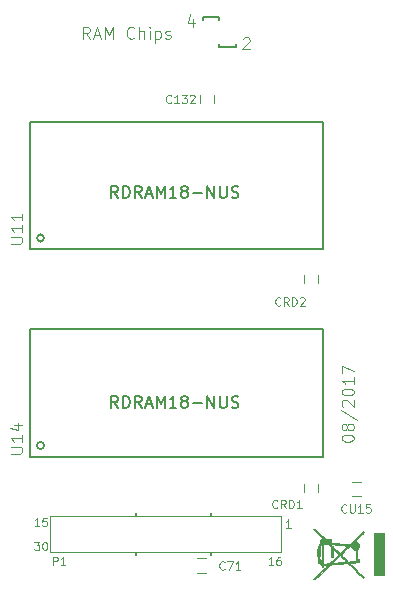
<source format=gto>
G04 #@! TF.FileFunction,Legend,Top*
%FSLAX46Y46*%
G04 Gerber Fmt 4.6, Leading zero omitted, Abs format (unit mm)*
G04 Created by KiCad (PCBNEW 4.0.6) date Mon Aug 28 23:28:58 2017*
%MOMM*%
%LPD*%
G01*
G04 APERTURE LIST*
%ADD10C,0.100000*%
%ADD11C,0.150000*%
%ADD12C,0.127000*%
%ADD13C,0.120000*%
%ADD14C,0.010000*%
G04 APERTURE END LIST*
D10*
D11*
X44441500Y-28345000D02*
X44441500Y-28599000D01*
X43044500Y-28599000D02*
X43044500Y-28345000D01*
X44441500Y-28599000D02*
X43044500Y-28599000D01*
X43044500Y-26059000D02*
X43044500Y-26313000D01*
X41647500Y-26059000D02*
X43044500Y-26059000D01*
X41647500Y-26313000D02*
X41647500Y-26059000D01*
D10*
X45044786Y-27892619D02*
X45092405Y-27845000D01*
X45187643Y-27797381D01*
X45425739Y-27797381D01*
X45520977Y-27845000D01*
X45568596Y-27892619D01*
X45616215Y-27987857D01*
X45616215Y-28083095D01*
X45568596Y-28225952D01*
X44997167Y-28797381D01*
X45616215Y-28797381D01*
X40821977Y-26225714D02*
X40821977Y-26892381D01*
X40583881Y-25844762D02*
X40345786Y-26559048D01*
X40964834Y-26559048D01*
X32051453Y-27908381D02*
X31718119Y-27432190D01*
X31480024Y-27908381D02*
X31480024Y-26908381D01*
X31860977Y-26908381D01*
X31956215Y-26956000D01*
X32003834Y-27003619D01*
X32051453Y-27098857D01*
X32051453Y-27241714D01*
X32003834Y-27336952D01*
X31956215Y-27384571D01*
X31860977Y-27432190D01*
X31480024Y-27432190D01*
X32432405Y-27622667D02*
X32908596Y-27622667D01*
X32337167Y-27908381D02*
X32670500Y-26908381D01*
X33003834Y-27908381D01*
X33337167Y-27908381D02*
X33337167Y-26908381D01*
X33670501Y-27622667D01*
X34003834Y-26908381D01*
X34003834Y-27908381D01*
X35813358Y-27813143D02*
X35765739Y-27860762D01*
X35622882Y-27908381D01*
X35527644Y-27908381D01*
X35384786Y-27860762D01*
X35289548Y-27765524D01*
X35241929Y-27670286D01*
X35194310Y-27479810D01*
X35194310Y-27336952D01*
X35241929Y-27146476D01*
X35289548Y-27051238D01*
X35384786Y-26956000D01*
X35527644Y-26908381D01*
X35622882Y-26908381D01*
X35765739Y-26956000D01*
X35813358Y-27003619D01*
X36241929Y-27908381D02*
X36241929Y-26908381D01*
X36670501Y-27908381D02*
X36670501Y-27384571D01*
X36622882Y-27289333D01*
X36527644Y-27241714D01*
X36384786Y-27241714D01*
X36289548Y-27289333D01*
X36241929Y-27336952D01*
X37146691Y-27908381D02*
X37146691Y-27241714D01*
X37146691Y-26908381D02*
X37099072Y-26956000D01*
X37146691Y-27003619D01*
X37194310Y-26956000D01*
X37146691Y-26908381D01*
X37146691Y-27003619D01*
X37622881Y-27241714D02*
X37622881Y-28241714D01*
X37622881Y-27289333D02*
X37718119Y-27241714D01*
X37908596Y-27241714D01*
X38003834Y-27289333D01*
X38051453Y-27336952D01*
X38099072Y-27432190D01*
X38099072Y-27717905D01*
X38051453Y-27813143D01*
X38003834Y-27860762D01*
X37908596Y-27908381D01*
X37718119Y-27908381D01*
X37622881Y-27860762D01*
X38480024Y-27860762D02*
X38575262Y-27908381D01*
X38765738Y-27908381D01*
X38860977Y-27860762D01*
X38908596Y-27765524D01*
X38908596Y-27717905D01*
X38860977Y-27622667D01*
X38765738Y-27575048D01*
X38622881Y-27575048D01*
X38527643Y-27527429D01*
X38480024Y-27432190D01*
X38480024Y-27384571D01*
X38527643Y-27289333D01*
X38622881Y-27241714D01*
X38765738Y-27241714D01*
X38860977Y-27289333D01*
X53418881Y-61777381D02*
X53418881Y-61682142D01*
X53466500Y-61586904D01*
X53514119Y-61539285D01*
X53609357Y-61491666D01*
X53799833Y-61444047D01*
X54037929Y-61444047D01*
X54228405Y-61491666D01*
X54323643Y-61539285D01*
X54371262Y-61586904D01*
X54418881Y-61682142D01*
X54418881Y-61777381D01*
X54371262Y-61872619D01*
X54323643Y-61920238D01*
X54228405Y-61967857D01*
X54037929Y-62015476D01*
X53799833Y-62015476D01*
X53609357Y-61967857D01*
X53514119Y-61920238D01*
X53466500Y-61872619D01*
X53418881Y-61777381D01*
X53847452Y-60872619D02*
X53799833Y-60967857D01*
X53752214Y-61015476D01*
X53656976Y-61063095D01*
X53609357Y-61063095D01*
X53514119Y-61015476D01*
X53466500Y-60967857D01*
X53418881Y-60872619D01*
X53418881Y-60682142D01*
X53466500Y-60586904D01*
X53514119Y-60539285D01*
X53609357Y-60491666D01*
X53656976Y-60491666D01*
X53752214Y-60539285D01*
X53799833Y-60586904D01*
X53847452Y-60682142D01*
X53847452Y-60872619D01*
X53895071Y-60967857D01*
X53942690Y-61015476D01*
X54037929Y-61063095D01*
X54228405Y-61063095D01*
X54323643Y-61015476D01*
X54371262Y-60967857D01*
X54418881Y-60872619D01*
X54418881Y-60682142D01*
X54371262Y-60586904D01*
X54323643Y-60539285D01*
X54228405Y-60491666D01*
X54037929Y-60491666D01*
X53942690Y-60539285D01*
X53895071Y-60586904D01*
X53847452Y-60682142D01*
X53371262Y-59348809D02*
X54656976Y-60205952D01*
X53514119Y-59063095D02*
X53466500Y-59015476D01*
X53418881Y-58920238D01*
X53418881Y-58682142D01*
X53466500Y-58586904D01*
X53514119Y-58539285D01*
X53609357Y-58491666D01*
X53704595Y-58491666D01*
X53847452Y-58539285D01*
X54418881Y-59110714D01*
X54418881Y-58491666D01*
X53418881Y-57872619D02*
X53418881Y-57777380D01*
X53466500Y-57682142D01*
X53514119Y-57634523D01*
X53609357Y-57586904D01*
X53799833Y-57539285D01*
X54037929Y-57539285D01*
X54228405Y-57586904D01*
X54323643Y-57634523D01*
X54371262Y-57682142D01*
X54418881Y-57777380D01*
X54418881Y-57872619D01*
X54371262Y-57967857D01*
X54323643Y-58015476D01*
X54228405Y-58063095D01*
X54037929Y-58110714D01*
X53799833Y-58110714D01*
X53609357Y-58063095D01*
X53514119Y-58015476D01*
X53466500Y-57967857D01*
X53418881Y-57872619D01*
X54418881Y-56586904D02*
X54418881Y-57158333D01*
X54418881Y-56872619D02*
X53418881Y-56872619D01*
X53561738Y-56967857D01*
X53656976Y-57063095D01*
X53704595Y-57158333D01*
X53418881Y-56253571D02*
X53418881Y-55586904D01*
X54418881Y-56015476D01*
D11*
X28195062Y-44784337D02*
G75*
G03X28195062Y-44784337I-300000J0D01*
G01*
D12*
X27026367Y-34926464D02*
X27026367Y-45726464D01*
X27026367Y-45726464D02*
X51826367Y-45726464D01*
X51826367Y-45726464D02*
X51826367Y-34926464D01*
X51826367Y-34926464D02*
X27026367Y-34926464D01*
D13*
X41879000Y-73117000D02*
X41179000Y-73117000D01*
X41179000Y-71917000D02*
X41879000Y-71917000D01*
X51391500Y-65587000D02*
X51391500Y-66287000D01*
X50191500Y-66287000D02*
X50191500Y-65587000D01*
X54995500Y-66627000D02*
X54295500Y-66627000D01*
X54295500Y-65427000D02*
X54995500Y-65427000D01*
D11*
X35980589Y-71648400D02*
X35980589Y-71394400D01*
X42330589Y-71648400D02*
X42330589Y-71394400D01*
D10*
X48299589Y-68346400D02*
X48299589Y-71394400D01*
X28741589Y-71394400D02*
X48299589Y-71394400D01*
D11*
X42330589Y-68346400D02*
X42330589Y-68092400D01*
X35980589Y-68346400D02*
X35980589Y-68092400D01*
D10*
X28741589Y-68346400D02*
X28741589Y-71394400D01*
X28741589Y-68346400D02*
X48299589Y-68346400D01*
D13*
X41428500Y-33394000D02*
X41428500Y-32694000D01*
X42628500Y-32694000D02*
X42628500Y-33394000D01*
X51391500Y-47934000D02*
X51391500Y-48634000D01*
X50191500Y-48634000D02*
X50191500Y-47934000D01*
D11*
X28203195Y-62354873D02*
G75*
G03X28203195Y-62354873I-300000J0D01*
G01*
D12*
X27034500Y-52497000D02*
X27034500Y-63297000D01*
X27034500Y-63297000D02*
X51834500Y-63297000D01*
X51834500Y-63297000D02*
X51834500Y-52497000D01*
X51834500Y-52497000D02*
X27034500Y-52497000D01*
D14*
G36*
X56984322Y-69777178D02*
X56984322Y-73297971D01*
X56116698Y-73297971D01*
X56116698Y-69777178D01*
X56984322Y-69777178D01*
X56984322Y-69777178D01*
G37*
X56984322Y-69777178D02*
X56984322Y-73297971D01*
X56116698Y-73297971D01*
X56116698Y-69777178D01*
X56984322Y-69777178D01*
G36*
X51031348Y-69400570D02*
X51118431Y-69401189D01*
X51577391Y-69852914D01*
X52036352Y-70304639D01*
X52246971Y-70304968D01*
X52457589Y-70305297D01*
X52457589Y-70580390D01*
X52511030Y-70587478D01*
X52535388Y-70590162D01*
X52581259Y-70594687D01*
X52645905Y-70600809D01*
X52726591Y-70608288D01*
X52820581Y-70616881D01*
X52925137Y-70626346D01*
X53037525Y-70636442D01*
X53155007Y-70646926D01*
X53274848Y-70657556D01*
X53394311Y-70668091D01*
X53510659Y-70678287D01*
X53621157Y-70687905D01*
X53723069Y-70696700D01*
X53813658Y-70704432D01*
X53890187Y-70710858D01*
X53949921Y-70715737D01*
X53990124Y-70718825D01*
X54008059Y-70719883D01*
X54008144Y-70719882D01*
X54022535Y-70712173D01*
X54052248Y-70689019D01*
X54097631Y-70650105D01*
X54159029Y-70595116D01*
X54236788Y-70523736D01*
X54331254Y-70435651D01*
X54442772Y-70330546D01*
X54571688Y-70208105D01*
X54607787Y-70173690D01*
X55179916Y-69627863D01*
X55267936Y-69716119D01*
X55190258Y-69787515D01*
X55162186Y-69813634D01*
X55118774Y-69854434D01*
X55062866Y-69907223D01*
X54997308Y-69969309D01*
X54924941Y-70038000D01*
X54848612Y-70110604D01*
X54803024Y-70154040D01*
X54717619Y-70235584D01*
X54649210Y-70301496D01*
X54596553Y-70353456D01*
X54558405Y-70393145D01*
X54533520Y-70422243D01*
X54520656Y-70442431D01*
X54518568Y-70455390D01*
X54526013Y-70462800D01*
X54541746Y-70466342D01*
X54564523Y-70467697D01*
X54570739Y-70467879D01*
X54613561Y-70477297D01*
X54665319Y-70500503D01*
X54717828Y-70532864D01*
X54762903Y-70569748D01*
X54776828Y-70584507D01*
X54825547Y-70660233D01*
X54852806Y-70748692D01*
X54859273Y-70826900D01*
X54847076Y-70915532D01*
X54811313Y-70997388D01*
X54753222Y-71069836D01*
X54738762Y-71083203D01*
X54683233Y-71132082D01*
X54683233Y-71977674D01*
X54859273Y-71977674D01*
X54859273Y-72204010D01*
X54777031Y-72204010D01*
X54720886Y-72206850D01*
X54681916Y-72216393D01*
X54660719Y-72227991D01*
X54645552Y-72236277D01*
X54623562Y-72243373D01*
X54591487Y-72249748D01*
X54546069Y-72255872D01*
X54484048Y-72262216D01*
X54402162Y-72269250D01*
X54341246Y-72274066D01*
X54055843Y-72296161D01*
X54605305Y-72838565D01*
X54704728Y-72936637D01*
X54800315Y-73030784D01*
X54890310Y-73119285D01*
X54972957Y-73200420D01*
X55046501Y-73272469D01*
X55109184Y-73333712D01*
X55159252Y-73382427D01*
X55194948Y-73416896D01*
X55214495Y-73435379D01*
X55245444Y-73465743D01*
X55267030Y-73491071D01*
X55274223Y-73504695D01*
X55265797Y-73522095D01*
X55244745Y-73547460D01*
X55236171Y-73556058D01*
X55198120Y-73592514D01*
X54994158Y-73391802D01*
X54942199Y-73340596D01*
X54875320Y-73274569D01*
X54796450Y-73196618D01*
X54708514Y-73109638D01*
X54614441Y-73016526D01*
X54517158Y-72920179D01*
X54419593Y-72823492D01*
X54349645Y-72754134D01*
X54243050Y-72648703D01*
X54152807Y-72560129D01*
X54077692Y-72487281D01*
X54016486Y-72429023D01*
X53967966Y-72384225D01*
X53942629Y-72362021D01*
X53942629Y-72183724D01*
X54228055Y-72161401D01*
X54311719Y-72154669D01*
X54388227Y-72148157D01*
X54453581Y-72142234D01*
X54503781Y-72137268D01*
X54534829Y-72133629D01*
X54541773Y-72132458D01*
X54570065Y-72125838D01*
X54570065Y-71176364D01*
X54491106Y-71170026D01*
X54397815Y-71150890D01*
X54315291Y-71110846D01*
X54246538Y-71052418D01*
X54194563Y-70978129D01*
X54163363Y-70894748D01*
X54148728Y-70867698D01*
X54117319Y-70854156D01*
X54115934Y-70853872D01*
X54102674Y-70852247D01*
X54089095Y-70854256D01*
X54072681Y-70861858D01*
X54050911Y-70877016D01*
X54021267Y-70901688D01*
X53981232Y-70937836D01*
X53928285Y-70987420D01*
X53859909Y-71052401D01*
X53855505Y-71056599D01*
X53782111Y-71126493D01*
X53703937Y-71200800D01*
X53626364Y-71274414D01*
X53554775Y-71342229D01*
X53494551Y-71399140D01*
X53481087Y-71411832D01*
X53430320Y-71460487D01*
X53386875Y-71503709D01*
X53353741Y-71538395D01*
X53333905Y-71561444D01*
X53329546Y-71569182D01*
X53338670Y-71580722D01*
X53363700Y-71607710D01*
X53402552Y-71648021D01*
X53453143Y-71699529D01*
X53513388Y-71760109D01*
X53581204Y-71827636D01*
X53637065Y-71882826D01*
X53942629Y-72183724D01*
X53942629Y-72362021D01*
X53930911Y-72351751D01*
X53904099Y-72330471D01*
X53886308Y-72319251D01*
X53878070Y-72316754D01*
X53860090Y-72317700D01*
X53819392Y-72320573D01*
X53758319Y-72325187D01*
X53679213Y-72331358D01*
X53584414Y-72338898D01*
X53476267Y-72347621D01*
X53357112Y-72357343D01*
X53229291Y-72367876D01*
X53127135Y-72376365D01*
X52551174Y-72424396D01*
X52551174Y-72300805D01*
X52563604Y-72300273D01*
X52598610Y-72297769D01*
X52653715Y-72293496D01*
X52726443Y-72287653D01*
X52814314Y-72280443D01*
X52914851Y-72272066D01*
X53025577Y-72262723D01*
X53130705Y-72253758D01*
X53249983Y-72243602D01*
X53362580Y-72234142D01*
X53465805Y-72225596D01*
X53556973Y-72218179D01*
X53633395Y-72212108D01*
X53692383Y-72207601D01*
X53731249Y-72204873D01*
X53746344Y-72204116D01*
X53755738Y-72202935D01*
X53759466Y-72198256D01*
X53755971Y-72188276D01*
X53743699Y-72171190D01*
X53721094Y-72145196D01*
X53686600Y-72108490D01*
X53638662Y-72059267D01*
X53575724Y-71995726D01*
X53508468Y-71928305D01*
X53232977Y-71652601D01*
X53230906Y-71654533D01*
X53230906Y-71472290D01*
X53242280Y-71463984D01*
X53269063Y-71440733D01*
X53308792Y-71404865D01*
X53359007Y-71358713D01*
X53417246Y-71304606D01*
X53481047Y-71244874D01*
X53547949Y-71181848D01*
X53615490Y-71117858D01*
X53681210Y-71055236D01*
X53742646Y-70996310D01*
X53797337Y-70943412D01*
X53842822Y-70898872D01*
X53876638Y-70865020D01*
X53896326Y-70844188D01*
X53900337Y-70838506D01*
X53887391Y-70836634D01*
X53851634Y-70832746D01*
X53795304Y-70827057D01*
X53720640Y-70819781D01*
X53629880Y-70811131D01*
X53525262Y-70801322D01*
X53409026Y-70790566D01*
X53283408Y-70779079D01*
X53182118Y-70769907D01*
X53050779Y-70758174D01*
X52927052Y-70747335D01*
X52813181Y-70737570D01*
X52711411Y-70729063D01*
X52623987Y-70721995D01*
X52553153Y-70716549D01*
X52501153Y-70712908D01*
X52470232Y-70711253D01*
X52462203Y-70711442D01*
X52469354Y-70721334D01*
X52492341Y-70746524D01*
X52528939Y-70784810D01*
X52576922Y-70833989D01*
X52634066Y-70891861D01*
X52698147Y-70956222D01*
X52766938Y-71024871D01*
X52838216Y-71095605D01*
X52909755Y-71166222D01*
X52979330Y-71234520D01*
X53044717Y-71298296D01*
X53103691Y-71355350D01*
X53154027Y-71403478D01*
X53193499Y-71440478D01*
X53219883Y-71464148D01*
X53230906Y-71472290D01*
X53230906Y-71654533D01*
X53122795Y-71755409D01*
X53066877Y-71807768D01*
X53004448Y-71866535D01*
X52937943Y-71929385D01*
X52869798Y-71993995D01*
X52802448Y-72058042D01*
X52738328Y-72119203D01*
X52679872Y-72175153D01*
X52629518Y-72223570D01*
X52589698Y-72262130D01*
X52562850Y-72288509D01*
X52551408Y-72300384D01*
X52551174Y-72300805D01*
X52551174Y-72424396D01*
X52407226Y-72436401D01*
X51775658Y-73036938D01*
X51144089Y-73637475D01*
X51055815Y-73637034D01*
X50967540Y-73636592D01*
X51071166Y-73539583D01*
X51128963Y-73485291D01*
X51196868Y-73421192D01*
X51273072Y-73349016D01*
X51355769Y-73270492D01*
X51443153Y-73187349D01*
X51533415Y-73101319D01*
X51624750Y-73014130D01*
X51715349Y-72927513D01*
X51803407Y-72843197D01*
X51887115Y-72762912D01*
X51964667Y-72688387D01*
X52034257Y-72621354D01*
X52094076Y-72563541D01*
X52142318Y-72516679D01*
X52177176Y-72482496D01*
X52196843Y-72462724D01*
X52200616Y-72458390D01*
X52187492Y-72458092D01*
X52153889Y-72459731D01*
X52104380Y-72463023D01*
X52043537Y-72467682D01*
X52019232Y-72469682D01*
X51841451Y-72484577D01*
X51841451Y-72367955D01*
X51869743Y-72361934D01*
X51892118Y-72358863D01*
X51934217Y-72354548D01*
X51990678Y-72349488D01*
X52056135Y-72344181D01*
X52080362Y-72342344D01*
X52149921Y-72336927D01*
X52214518Y-72331459D01*
X52268048Y-72326488D01*
X52304410Y-72322561D01*
X52311009Y-72321675D01*
X52324556Y-72318334D01*
X52340414Y-72311101D01*
X52360361Y-72298440D01*
X52386173Y-72278811D01*
X52419629Y-72250678D01*
X52462507Y-72212502D01*
X52516583Y-72162746D01*
X52583636Y-72099871D01*
X52665443Y-72022341D01*
X52748450Y-71943251D01*
X52830594Y-71864564D01*
X52906669Y-71791112D01*
X52974825Y-71724724D01*
X53033212Y-71667227D01*
X53079981Y-71620451D01*
X53113282Y-71586224D01*
X53131267Y-71566373D01*
X53133942Y-71562140D01*
X53124241Y-71551003D01*
X53098941Y-71524971D01*
X53060582Y-71486570D01*
X53011700Y-71438328D01*
X52954834Y-71382770D01*
X52913406Y-71342592D01*
X52696500Y-71132831D01*
X52696500Y-71751337D01*
X52457589Y-71751337D01*
X52457589Y-70996881D01*
X52564042Y-70996881D01*
X52426154Y-70858565D01*
X52328340Y-70760447D01*
X52328340Y-70569357D01*
X52343770Y-70567529D01*
X52352367Y-70558277D01*
X52356113Y-70535950D01*
X52356989Y-70494895D01*
X52356995Y-70487624D01*
X52356995Y-70405891D01*
X52137672Y-70405891D01*
X52218679Y-70487624D01*
X52267928Y-70533730D01*
X52305659Y-70561306D01*
X52328340Y-70569357D01*
X52328340Y-70760447D01*
X52288266Y-70720248D01*
X52165452Y-70720248D01*
X52108950Y-70719863D01*
X52073005Y-70718100D01*
X52053030Y-70714050D01*
X52044437Y-70706801D01*
X52042639Y-70695870D01*
X52039998Y-70683712D01*
X52029412Y-70674727D01*
X52006881Y-70667826D01*
X51968409Y-70661924D01*
X51909998Y-70655935D01*
X51888604Y-70654013D01*
X51841451Y-70649852D01*
X51841451Y-72367955D01*
X51841451Y-72484577D01*
X51841451Y-72644109D01*
X51728282Y-72644109D01*
X51728282Y-72576314D01*
X51727196Y-72536662D01*
X51721954Y-72515116D01*
X51718834Y-72512480D01*
X51718834Y-72373616D01*
X51725962Y-72366308D01*
X51728162Y-72340993D01*
X51728282Y-72323908D01*
X51728282Y-72266881D01*
X51728282Y-72054221D01*
X51728282Y-70639698D01*
X51679286Y-70687542D01*
X51618824Y-70761850D01*
X51572191Y-70853816D01*
X51538749Y-70964998D01*
X51520253Y-71075471D01*
X51511622Y-71147773D01*
X51602540Y-71147773D01*
X51602540Y-71726188D01*
X51499393Y-71726188D01*
X51507996Y-71811065D01*
X51515256Y-71870368D01*
X51524879Y-71933551D01*
X51531752Y-71971386D01*
X51546907Y-72046832D01*
X51637595Y-72050526D01*
X51728282Y-72054221D01*
X51728282Y-72266881D01*
X51677985Y-72266881D01*
X51646476Y-72268544D01*
X51628963Y-72272697D01*
X51627688Y-72274371D01*
X51635754Y-72292987D01*
X51655320Y-72320183D01*
X51679444Y-72347448D01*
X51701182Y-72366267D01*
X51704008Y-72367943D01*
X51718834Y-72373616D01*
X51718834Y-72512480D01*
X51709581Y-72504662D01*
X51696104Y-72500442D01*
X51661127Y-72483219D01*
X51619079Y-72450138D01*
X51575856Y-72406893D01*
X51537354Y-72359174D01*
X51517301Y-72327830D01*
X51495351Y-72292123D01*
X51476911Y-72273819D01*
X51455168Y-72267388D01*
X51442218Y-72266894D01*
X51439075Y-72266894D01*
X51439075Y-71625594D01*
X51501946Y-71625594D01*
X51501946Y-71248367D01*
X51439075Y-71248367D01*
X51439075Y-71625594D01*
X51439075Y-72266894D01*
X51401352Y-72266881D01*
X51401352Y-72161048D01*
X51402529Y-72112355D01*
X51405665Y-72074405D01*
X51410171Y-72053308D01*
X51411995Y-72051023D01*
X51414795Y-72037641D01*
X51413648Y-72005074D01*
X51408893Y-71958916D01*
X51404503Y-71927376D01*
X51395878Y-71870188D01*
X51388091Y-71817886D01*
X51382347Y-71778582D01*
X51380715Y-71767055D01*
X51371388Y-71736937D01*
X51356772Y-71726188D01*
X51350820Y-71722920D01*
X51346278Y-71711230D01*
X51342970Y-71688288D01*
X51340715Y-71651265D01*
X51339334Y-71597332D01*
X51338650Y-71523660D01*
X51338480Y-71436980D01*
X51338577Y-71344471D01*
X51339030Y-71274094D01*
X51340090Y-71222836D01*
X51342003Y-71187680D01*
X51345019Y-71165611D01*
X51349385Y-71153615D01*
X51355349Y-71148676D01*
X51362284Y-71147773D01*
X51384295Y-71140079D01*
X51396821Y-71114879D01*
X51401288Y-71068991D01*
X51401352Y-71060736D01*
X51409368Y-70983027D01*
X51431436Y-70894767D01*
X51464584Y-70803915D01*
X51505839Y-70718430D01*
X51552231Y-70646274D01*
X51559582Y-70636928D01*
X51583498Y-70606467D01*
X51593076Y-70588428D01*
X51589980Y-70575831D01*
X51577204Y-70562900D01*
X51552178Y-70524707D01*
X51542571Y-70475002D01*
X51547567Y-70421476D01*
X51566351Y-70371822D01*
X51598106Y-70333733D01*
X51601797Y-70330975D01*
X51661075Y-70302474D01*
X51722434Y-70297172D01*
X51780927Y-70314482D01*
X51831604Y-70353820D01*
X51835789Y-70358630D01*
X51855667Y-70386560D01*
X51864421Y-70414898D01*
X51865053Y-70454737D01*
X51864492Y-70464689D01*
X51863062Y-70503668D01*
X51866339Y-70523746D01*
X51876228Y-70531015D01*
X51885461Y-70531760D01*
X51912244Y-70533284D01*
X51952525Y-70537065D01*
X51976624Y-70539782D01*
X52014901Y-70543723D01*
X52034496Y-70542084D01*
X52041658Y-70532579D01*
X52042639Y-70515649D01*
X52039401Y-70505608D01*
X52028920Y-70489410D01*
X52010048Y-70465855D01*
X51981635Y-70433743D01*
X51942535Y-70391872D01*
X51891597Y-70339043D01*
X51827673Y-70274055D01*
X51749614Y-70195709D01*
X51656272Y-70102803D01*
X51546498Y-69994137D01*
X51493452Y-69941769D01*
X50944267Y-69399951D01*
X51031348Y-69400570D01*
X51031348Y-69400570D01*
G37*
X51031348Y-69400570D02*
X51118431Y-69401189D01*
X51577391Y-69852914D01*
X52036352Y-70304639D01*
X52246971Y-70304968D01*
X52457589Y-70305297D01*
X52457589Y-70580390D01*
X52511030Y-70587478D01*
X52535388Y-70590162D01*
X52581259Y-70594687D01*
X52645905Y-70600809D01*
X52726591Y-70608288D01*
X52820581Y-70616881D01*
X52925137Y-70626346D01*
X53037525Y-70636442D01*
X53155007Y-70646926D01*
X53274848Y-70657556D01*
X53394311Y-70668091D01*
X53510659Y-70678287D01*
X53621157Y-70687905D01*
X53723069Y-70696700D01*
X53813658Y-70704432D01*
X53890187Y-70710858D01*
X53949921Y-70715737D01*
X53990124Y-70718825D01*
X54008059Y-70719883D01*
X54008144Y-70719882D01*
X54022535Y-70712173D01*
X54052248Y-70689019D01*
X54097631Y-70650105D01*
X54159029Y-70595116D01*
X54236788Y-70523736D01*
X54331254Y-70435651D01*
X54442772Y-70330546D01*
X54571688Y-70208105D01*
X54607787Y-70173690D01*
X55179916Y-69627863D01*
X55267936Y-69716119D01*
X55190258Y-69787515D01*
X55162186Y-69813634D01*
X55118774Y-69854434D01*
X55062866Y-69907223D01*
X54997308Y-69969309D01*
X54924941Y-70038000D01*
X54848612Y-70110604D01*
X54803024Y-70154040D01*
X54717619Y-70235584D01*
X54649210Y-70301496D01*
X54596553Y-70353456D01*
X54558405Y-70393145D01*
X54533520Y-70422243D01*
X54520656Y-70442431D01*
X54518568Y-70455390D01*
X54526013Y-70462800D01*
X54541746Y-70466342D01*
X54564523Y-70467697D01*
X54570739Y-70467879D01*
X54613561Y-70477297D01*
X54665319Y-70500503D01*
X54717828Y-70532864D01*
X54762903Y-70569748D01*
X54776828Y-70584507D01*
X54825547Y-70660233D01*
X54852806Y-70748692D01*
X54859273Y-70826900D01*
X54847076Y-70915532D01*
X54811313Y-70997388D01*
X54753222Y-71069836D01*
X54738762Y-71083203D01*
X54683233Y-71132082D01*
X54683233Y-71977674D01*
X54859273Y-71977674D01*
X54859273Y-72204010D01*
X54777031Y-72204010D01*
X54720886Y-72206850D01*
X54681916Y-72216393D01*
X54660719Y-72227991D01*
X54645552Y-72236277D01*
X54623562Y-72243373D01*
X54591487Y-72249748D01*
X54546069Y-72255872D01*
X54484048Y-72262216D01*
X54402162Y-72269250D01*
X54341246Y-72274066D01*
X54055843Y-72296161D01*
X54605305Y-72838565D01*
X54704728Y-72936637D01*
X54800315Y-73030784D01*
X54890310Y-73119285D01*
X54972957Y-73200420D01*
X55046501Y-73272469D01*
X55109184Y-73333712D01*
X55159252Y-73382427D01*
X55194948Y-73416896D01*
X55214495Y-73435379D01*
X55245444Y-73465743D01*
X55267030Y-73491071D01*
X55274223Y-73504695D01*
X55265797Y-73522095D01*
X55244745Y-73547460D01*
X55236171Y-73556058D01*
X55198120Y-73592514D01*
X54994158Y-73391802D01*
X54942199Y-73340596D01*
X54875320Y-73274569D01*
X54796450Y-73196618D01*
X54708514Y-73109638D01*
X54614441Y-73016526D01*
X54517158Y-72920179D01*
X54419593Y-72823492D01*
X54349645Y-72754134D01*
X54243050Y-72648703D01*
X54152807Y-72560129D01*
X54077692Y-72487281D01*
X54016486Y-72429023D01*
X53967966Y-72384225D01*
X53942629Y-72362021D01*
X53942629Y-72183724D01*
X54228055Y-72161401D01*
X54311719Y-72154669D01*
X54388227Y-72148157D01*
X54453581Y-72142234D01*
X54503781Y-72137268D01*
X54534829Y-72133629D01*
X54541773Y-72132458D01*
X54570065Y-72125838D01*
X54570065Y-71176364D01*
X54491106Y-71170026D01*
X54397815Y-71150890D01*
X54315291Y-71110846D01*
X54246538Y-71052418D01*
X54194563Y-70978129D01*
X54163363Y-70894748D01*
X54148728Y-70867698D01*
X54117319Y-70854156D01*
X54115934Y-70853872D01*
X54102674Y-70852247D01*
X54089095Y-70854256D01*
X54072681Y-70861858D01*
X54050911Y-70877016D01*
X54021267Y-70901688D01*
X53981232Y-70937836D01*
X53928285Y-70987420D01*
X53859909Y-71052401D01*
X53855505Y-71056599D01*
X53782111Y-71126493D01*
X53703937Y-71200800D01*
X53626364Y-71274414D01*
X53554775Y-71342229D01*
X53494551Y-71399140D01*
X53481087Y-71411832D01*
X53430320Y-71460487D01*
X53386875Y-71503709D01*
X53353741Y-71538395D01*
X53333905Y-71561444D01*
X53329546Y-71569182D01*
X53338670Y-71580722D01*
X53363700Y-71607710D01*
X53402552Y-71648021D01*
X53453143Y-71699529D01*
X53513388Y-71760109D01*
X53581204Y-71827636D01*
X53637065Y-71882826D01*
X53942629Y-72183724D01*
X53942629Y-72362021D01*
X53930911Y-72351751D01*
X53904099Y-72330471D01*
X53886308Y-72319251D01*
X53878070Y-72316754D01*
X53860090Y-72317700D01*
X53819392Y-72320573D01*
X53758319Y-72325187D01*
X53679213Y-72331358D01*
X53584414Y-72338898D01*
X53476267Y-72347621D01*
X53357112Y-72357343D01*
X53229291Y-72367876D01*
X53127135Y-72376365D01*
X52551174Y-72424396D01*
X52551174Y-72300805D01*
X52563604Y-72300273D01*
X52598610Y-72297769D01*
X52653715Y-72293496D01*
X52726443Y-72287653D01*
X52814314Y-72280443D01*
X52914851Y-72272066D01*
X53025577Y-72262723D01*
X53130705Y-72253758D01*
X53249983Y-72243602D01*
X53362580Y-72234142D01*
X53465805Y-72225596D01*
X53556973Y-72218179D01*
X53633395Y-72212108D01*
X53692383Y-72207601D01*
X53731249Y-72204873D01*
X53746344Y-72204116D01*
X53755738Y-72202935D01*
X53759466Y-72198256D01*
X53755971Y-72188276D01*
X53743699Y-72171190D01*
X53721094Y-72145196D01*
X53686600Y-72108490D01*
X53638662Y-72059267D01*
X53575724Y-71995726D01*
X53508468Y-71928305D01*
X53232977Y-71652601D01*
X53230906Y-71654533D01*
X53230906Y-71472290D01*
X53242280Y-71463984D01*
X53269063Y-71440733D01*
X53308792Y-71404865D01*
X53359007Y-71358713D01*
X53417246Y-71304606D01*
X53481047Y-71244874D01*
X53547949Y-71181848D01*
X53615490Y-71117858D01*
X53681210Y-71055236D01*
X53742646Y-70996310D01*
X53797337Y-70943412D01*
X53842822Y-70898872D01*
X53876638Y-70865020D01*
X53896326Y-70844188D01*
X53900337Y-70838506D01*
X53887391Y-70836634D01*
X53851634Y-70832746D01*
X53795304Y-70827057D01*
X53720640Y-70819781D01*
X53629880Y-70811131D01*
X53525262Y-70801322D01*
X53409026Y-70790566D01*
X53283408Y-70779079D01*
X53182118Y-70769907D01*
X53050779Y-70758174D01*
X52927052Y-70747335D01*
X52813181Y-70737570D01*
X52711411Y-70729063D01*
X52623987Y-70721995D01*
X52553153Y-70716549D01*
X52501153Y-70712908D01*
X52470232Y-70711253D01*
X52462203Y-70711442D01*
X52469354Y-70721334D01*
X52492341Y-70746524D01*
X52528939Y-70784810D01*
X52576922Y-70833989D01*
X52634066Y-70891861D01*
X52698147Y-70956222D01*
X52766938Y-71024871D01*
X52838216Y-71095605D01*
X52909755Y-71166222D01*
X52979330Y-71234520D01*
X53044717Y-71298296D01*
X53103691Y-71355350D01*
X53154027Y-71403478D01*
X53193499Y-71440478D01*
X53219883Y-71464148D01*
X53230906Y-71472290D01*
X53230906Y-71654533D01*
X53122795Y-71755409D01*
X53066877Y-71807768D01*
X53004448Y-71866535D01*
X52937943Y-71929385D01*
X52869798Y-71993995D01*
X52802448Y-72058042D01*
X52738328Y-72119203D01*
X52679872Y-72175153D01*
X52629518Y-72223570D01*
X52589698Y-72262130D01*
X52562850Y-72288509D01*
X52551408Y-72300384D01*
X52551174Y-72300805D01*
X52551174Y-72424396D01*
X52407226Y-72436401D01*
X51775658Y-73036938D01*
X51144089Y-73637475D01*
X51055815Y-73637034D01*
X50967540Y-73636592D01*
X51071166Y-73539583D01*
X51128963Y-73485291D01*
X51196868Y-73421192D01*
X51273072Y-73349016D01*
X51355769Y-73270492D01*
X51443153Y-73187349D01*
X51533415Y-73101319D01*
X51624750Y-73014130D01*
X51715349Y-72927513D01*
X51803407Y-72843197D01*
X51887115Y-72762912D01*
X51964667Y-72688387D01*
X52034257Y-72621354D01*
X52094076Y-72563541D01*
X52142318Y-72516679D01*
X52177176Y-72482496D01*
X52196843Y-72462724D01*
X52200616Y-72458390D01*
X52187492Y-72458092D01*
X52153889Y-72459731D01*
X52104380Y-72463023D01*
X52043537Y-72467682D01*
X52019232Y-72469682D01*
X51841451Y-72484577D01*
X51841451Y-72367955D01*
X51869743Y-72361934D01*
X51892118Y-72358863D01*
X51934217Y-72354548D01*
X51990678Y-72349488D01*
X52056135Y-72344181D01*
X52080362Y-72342344D01*
X52149921Y-72336927D01*
X52214518Y-72331459D01*
X52268048Y-72326488D01*
X52304410Y-72322561D01*
X52311009Y-72321675D01*
X52324556Y-72318334D01*
X52340414Y-72311101D01*
X52360361Y-72298440D01*
X52386173Y-72278811D01*
X52419629Y-72250678D01*
X52462507Y-72212502D01*
X52516583Y-72162746D01*
X52583636Y-72099871D01*
X52665443Y-72022341D01*
X52748450Y-71943251D01*
X52830594Y-71864564D01*
X52906669Y-71791112D01*
X52974825Y-71724724D01*
X53033212Y-71667227D01*
X53079981Y-71620451D01*
X53113282Y-71586224D01*
X53131267Y-71566373D01*
X53133942Y-71562140D01*
X53124241Y-71551003D01*
X53098941Y-71524971D01*
X53060582Y-71486570D01*
X53011700Y-71438328D01*
X52954834Y-71382770D01*
X52913406Y-71342592D01*
X52696500Y-71132831D01*
X52696500Y-71751337D01*
X52457589Y-71751337D01*
X52457589Y-70996881D01*
X52564042Y-70996881D01*
X52426154Y-70858565D01*
X52328340Y-70760447D01*
X52328340Y-70569357D01*
X52343770Y-70567529D01*
X52352367Y-70558277D01*
X52356113Y-70535950D01*
X52356989Y-70494895D01*
X52356995Y-70487624D01*
X52356995Y-70405891D01*
X52137672Y-70405891D01*
X52218679Y-70487624D01*
X52267928Y-70533730D01*
X52305659Y-70561306D01*
X52328340Y-70569357D01*
X52328340Y-70760447D01*
X52288266Y-70720248D01*
X52165452Y-70720248D01*
X52108950Y-70719863D01*
X52073005Y-70718100D01*
X52053030Y-70714050D01*
X52044437Y-70706801D01*
X52042639Y-70695870D01*
X52039998Y-70683712D01*
X52029412Y-70674727D01*
X52006881Y-70667826D01*
X51968409Y-70661924D01*
X51909998Y-70655935D01*
X51888604Y-70654013D01*
X51841451Y-70649852D01*
X51841451Y-72367955D01*
X51841451Y-72484577D01*
X51841451Y-72644109D01*
X51728282Y-72644109D01*
X51728282Y-72576314D01*
X51727196Y-72536662D01*
X51721954Y-72515116D01*
X51718834Y-72512480D01*
X51718834Y-72373616D01*
X51725962Y-72366308D01*
X51728162Y-72340993D01*
X51728282Y-72323908D01*
X51728282Y-72266881D01*
X51728282Y-72054221D01*
X51728282Y-70639698D01*
X51679286Y-70687542D01*
X51618824Y-70761850D01*
X51572191Y-70853816D01*
X51538749Y-70964998D01*
X51520253Y-71075471D01*
X51511622Y-71147773D01*
X51602540Y-71147773D01*
X51602540Y-71726188D01*
X51499393Y-71726188D01*
X51507996Y-71811065D01*
X51515256Y-71870368D01*
X51524879Y-71933551D01*
X51531752Y-71971386D01*
X51546907Y-72046832D01*
X51637595Y-72050526D01*
X51728282Y-72054221D01*
X51728282Y-72266881D01*
X51677985Y-72266881D01*
X51646476Y-72268544D01*
X51628963Y-72272697D01*
X51627688Y-72274371D01*
X51635754Y-72292987D01*
X51655320Y-72320183D01*
X51679444Y-72347448D01*
X51701182Y-72366267D01*
X51704008Y-72367943D01*
X51718834Y-72373616D01*
X51718834Y-72512480D01*
X51709581Y-72504662D01*
X51696104Y-72500442D01*
X51661127Y-72483219D01*
X51619079Y-72450138D01*
X51575856Y-72406893D01*
X51537354Y-72359174D01*
X51517301Y-72327830D01*
X51495351Y-72292123D01*
X51476911Y-72273819D01*
X51455168Y-72267388D01*
X51442218Y-72266894D01*
X51439075Y-72266894D01*
X51439075Y-71625594D01*
X51501946Y-71625594D01*
X51501946Y-71248367D01*
X51439075Y-71248367D01*
X51439075Y-71625594D01*
X51439075Y-72266894D01*
X51401352Y-72266881D01*
X51401352Y-72161048D01*
X51402529Y-72112355D01*
X51405665Y-72074405D01*
X51410171Y-72053308D01*
X51411995Y-72051023D01*
X51414795Y-72037641D01*
X51413648Y-72005074D01*
X51408893Y-71958916D01*
X51404503Y-71927376D01*
X51395878Y-71870188D01*
X51388091Y-71817886D01*
X51382347Y-71778582D01*
X51380715Y-71767055D01*
X51371388Y-71736937D01*
X51356772Y-71726188D01*
X51350820Y-71722920D01*
X51346278Y-71711230D01*
X51342970Y-71688288D01*
X51340715Y-71651265D01*
X51339334Y-71597332D01*
X51338650Y-71523660D01*
X51338480Y-71436980D01*
X51338577Y-71344471D01*
X51339030Y-71274094D01*
X51340090Y-71222836D01*
X51342003Y-71187680D01*
X51345019Y-71165611D01*
X51349385Y-71153615D01*
X51355349Y-71148676D01*
X51362284Y-71147773D01*
X51384295Y-71140079D01*
X51396821Y-71114879D01*
X51401288Y-71068991D01*
X51401352Y-71060736D01*
X51409368Y-70983027D01*
X51431436Y-70894767D01*
X51464584Y-70803915D01*
X51505839Y-70718430D01*
X51552231Y-70646274D01*
X51559582Y-70636928D01*
X51583498Y-70606467D01*
X51593076Y-70588428D01*
X51589980Y-70575831D01*
X51577204Y-70562900D01*
X51552178Y-70524707D01*
X51542571Y-70475002D01*
X51547567Y-70421476D01*
X51566351Y-70371822D01*
X51598106Y-70333733D01*
X51601797Y-70330975D01*
X51661075Y-70302474D01*
X51722434Y-70297172D01*
X51780927Y-70314482D01*
X51831604Y-70353820D01*
X51835789Y-70358630D01*
X51855667Y-70386560D01*
X51864421Y-70414898D01*
X51865053Y-70454737D01*
X51864492Y-70464689D01*
X51863062Y-70503668D01*
X51866339Y-70523746D01*
X51876228Y-70531015D01*
X51885461Y-70531760D01*
X51912244Y-70533284D01*
X51952525Y-70537065D01*
X51976624Y-70539782D01*
X52014901Y-70543723D01*
X52034496Y-70542084D01*
X52041658Y-70532579D01*
X52042639Y-70515649D01*
X52039401Y-70505608D01*
X52028920Y-70489410D01*
X52010048Y-70465855D01*
X51981635Y-70433743D01*
X51942535Y-70391872D01*
X51891597Y-70339043D01*
X51827673Y-70274055D01*
X51749614Y-70195709D01*
X51656272Y-70102803D01*
X51546498Y-69994137D01*
X51493452Y-69941769D01*
X50944267Y-69399951D01*
X51031348Y-69400570D01*
D10*
X25359881Y-45251905D02*
X26169405Y-45251905D01*
X26264643Y-45204286D01*
X26312262Y-45156667D01*
X26359881Y-45061429D01*
X26359881Y-44870952D01*
X26312262Y-44775714D01*
X26264643Y-44728095D01*
X26169405Y-44680476D01*
X25359881Y-44680476D01*
X26359881Y-43680476D02*
X26359881Y-44251905D01*
X26359881Y-43966191D02*
X25359881Y-43966191D01*
X25502738Y-44061429D01*
X25597976Y-44156667D01*
X25645595Y-44251905D01*
X26359881Y-42728095D02*
X26359881Y-43299524D01*
X26359881Y-43013810D02*
X25359881Y-43013810D01*
X25502738Y-43109048D01*
X25597976Y-43204286D01*
X25645595Y-43299524D01*
D11*
X34456024Y-41378381D02*
X34122690Y-40902190D01*
X33884595Y-41378381D02*
X33884595Y-40378381D01*
X34265548Y-40378381D01*
X34360786Y-40426000D01*
X34408405Y-40473619D01*
X34456024Y-40568857D01*
X34456024Y-40711714D01*
X34408405Y-40806952D01*
X34360786Y-40854571D01*
X34265548Y-40902190D01*
X33884595Y-40902190D01*
X34884595Y-41378381D02*
X34884595Y-40378381D01*
X35122690Y-40378381D01*
X35265548Y-40426000D01*
X35360786Y-40521238D01*
X35408405Y-40616476D01*
X35456024Y-40806952D01*
X35456024Y-40949810D01*
X35408405Y-41140286D01*
X35360786Y-41235524D01*
X35265548Y-41330762D01*
X35122690Y-41378381D01*
X34884595Y-41378381D01*
X36456024Y-41378381D02*
X36122690Y-40902190D01*
X35884595Y-41378381D02*
X35884595Y-40378381D01*
X36265548Y-40378381D01*
X36360786Y-40426000D01*
X36408405Y-40473619D01*
X36456024Y-40568857D01*
X36456024Y-40711714D01*
X36408405Y-40806952D01*
X36360786Y-40854571D01*
X36265548Y-40902190D01*
X35884595Y-40902190D01*
X36836976Y-41092667D02*
X37313167Y-41092667D01*
X36741738Y-41378381D02*
X37075071Y-40378381D01*
X37408405Y-41378381D01*
X37741738Y-41378381D02*
X37741738Y-40378381D01*
X38075072Y-41092667D01*
X38408405Y-40378381D01*
X38408405Y-41378381D01*
X39408405Y-41378381D02*
X38836976Y-41378381D01*
X39122690Y-41378381D02*
X39122690Y-40378381D01*
X39027452Y-40521238D01*
X38932214Y-40616476D01*
X38836976Y-40664095D01*
X39979833Y-40806952D02*
X39884595Y-40759333D01*
X39836976Y-40711714D01*
X39789357Y-40616476D01*
X39789357Y-40568857D01*
X39836976Y-40473619D01*
X39884595Y-40426000D01*
X39979833Y-40378381D01*
X40170310Y-40378381D01*
X40265548Y-40426000D01*
X40313167Y-40473619D01*
X40360786Y-40568857D01*
X40360786Y-40616476D01*
X40313167Y-40711714D01*
X40265548Y-40759333D01*
X40170310Y-40806952D01*
X39979833Y-40806952D01*
X39884595Y-40854571D01*
X39836976Y-40902190D01*
X39789357Y-40997429D01*
X39789357Y-41187905D01*
X39836976Y-41283143D01*
X39884595Y-41330762D01*
X39979833Y-41378381D01*
X40170310Y-41378381D01*
X40265548Y-41330762D01*
X40313167Y-41283143D01*
X40360786Y-41187905D01*
X40360786Y-40997429D01*
X40313167Y-40902190D01*
X40265548Y-40854571D01*
X40170310Y-40806952D01*
X40789357Y-40997429D02*
X41551262Y-40997429D01*
X42027452Y-41378381D02*
X42027452Y-40378381D01*
X42598881Y-41378381D01*
X42598881Y-40378381D01*
X43075071Y-40378381D02*
X43075071Y-41187905D01*
X43122690Y-41283143D01*
X43170309Y-41330762D01*
X43265547Y-41378381D01*
X43456024Y-41378381D01*
X43551262Y-41330762D01*
X43598881Y-41283143D01*
X43646500Y-41187905D01*
X43646500Y-40378381D01*
X44075071Y-41330762D02*
X44217928Y-41378381D01*
X44456024Y-41378381D01*
X44551262Y-41330762D01*
X44598881Y-41283143D01*
X44646500Y-41187905D01*
X44646500Y-41092667D01*
X44598881Y-40997429D01*
X44551262Y-40949810D01*
X44456024Y-40902190D01*
X44265547Y-40854571D01*
X44170309Y-40806952D01*
X44122690Y-40759333D01*
X44075071Y-40664095D01*
X44075071Y-40568857D01*
X44122690Y-40473619D01*
X44170309Y-40426000D01*
X44265547Y-40378381D01*
X44503643Y-40378381D01*
X44646500Y-40426000D01*
D10*
X43483500Y-72791000D02*
X43450166Y-72824333D01*
X43350166Y-72857667D01*
X43283500Y-72857667D01*
X43183500Y-72824333D01*
X43116833Y-72757667D01*
X43083500Y-72691000D01*
X43050166Y-72557667D01*
X43050166Y-72457667D01*
X43083500Y-72324333D01*
X43116833Y-72257667D01*
X43183500Y-72191000D01*
X43283500Y-72157667D01*
X43350166Y-72157667D01*
X43450166Y-72191000D01*
X43483500Y-72224333D01*
X43716833Y-72157667D02*
X44183500Y-72157667D01*
X43883500Y-72857667D01*
X44816833Y-72857667D02*
X44416833Y-72857667D01*
X44616833Y-72857667D02*
X44616833Y-72157667D01*
X44550167Y-72257667D01*
X44483500Y-72324333D01*
X44416833Y-72357667D01*
X47942834Y-67584000D02*
X47909500Y-67617333D01*
X47809500Y-67650667D01*
X47742834Y-67650667D01*
X47642834Y-67617333D01*
X47576167Y-67550667D01*
X47542834Y-67484000D01*
X47509500Y-67350667D01*
X47509500Y-67250667D01*
X47542834Y-67117333D01*
X47576167Y-67050667D01*
X47642834Y-66984000D01*
X47742834Y-66950667D01*
X47809500Y-66950667D01*
X47909500Y-66984000D01*
X47942834Y-67017333D01*
X48642834Y-67650667D02*
X48409500Y-67317333D01*
X48242834Y-67650667D02*
X48242834Y-66950667D01*
X48509500Y-66950667D01*
X48576167Y-66984000D01*
X48609500Y-67017333D01*
X48642834Y-67084000D01*
X48642834Y-67184000D01*
X48609500Y-67250667D01*
X48576167Y-67284000D01*
X48509500Y-67317333D01*
X48242834Y-67317333D01*
X48942834Y-67650667D02*
X48942834Y-66950667D01*
X49109500Y-66950667D01*
X49209500Y-66984000D01*
X49276167Y-67050667D01*
X49309500Y-67117333D01*
X49342834Y-67250667D01*
X49342834Y-67350667D01*
X49309500Y-67484000D01*
X49276167Y-67550667D01*
X49209500Y-67617333D01*
X49109500Y-67650667D01*
X48942834Y-67650667D01*
X50009500Y-67650667D02*
X49609500Y-67650667D01*
X49809500Y-67650667D02*
X49809500Y-66950667D01*
X49742834Y-67050667D01*
X49676167Y-67117333D01*
X49609500Y-67150667D01*
X53784834Y-67965000D02*
X53751500Y-67998333D01*
X53651500Y-68031667D01*
X53584834Y-68031667D01*
X53484834Y-67998333D01*
X53418167Y-67931667D01*
X53384834Y-67865000D01*
X53351500Y-67731667D01*
X53351500Y-67631667D01*
X53384834Y-67498333D01*
X53418167Y-67431667D01*
X53484834Y-67365000D01*
X53584834Y-67331667D01*
X53651500Y-67331667D01*
X53751500Y-67365000D01*
X53784834Y-67398333D01*
X54084834Y-67331667D02*
X54084834Y-67898333D01*
X54118167Y-67965000D01*
X54151500Y-67998333D01*
X54218167Y-68031667D01*
X54351500Y-68031667D01*
X54418167Y-67998333D01*
X54451500Y-67965000D01*
X54484834Y-67898333D01*
X54484834Y-67331667D01*
X55184833Y-68031667D02*
X54784833Y-68031667D01*
X54984833Y-68031667D02*
X54984833Y-67331667D01*
X54918167Y-67431667D01*
X54851500Y-67498333D01*
X54784833Y-67531667D01*
X55818167Y-67331667D02*
X55484834Y-67331667D01*
X55451500Y-67665000D01*
X55484834Y-67631667D01*
X55551500Y-67598333D01*
X55718167Y-67598333D01*
X55784834Y-67631667D01*
X55818167Y-67665000D01*
X55851500Y-67731667D01*
X55851500Y-67898333D01*
X55818167Y-67965000D01*
X55784834Y-67998333D01*
X55718167Y-68031667D01*
X55551500Y-68031667D01*
X55484834Y-67998333D01*
X55451500Y-67965000D01*
X28938834Y-72476667D02*
X28938834Y-71776667D01*
X29205500Y-71776667D01*
X29272167Y-71810000D01*
X29305500Y-71843333D01*
X29338834Y-71910000D01*
X29338834Y-72010000D01*
X29305500Y-72076667D01*
X29272167Y-72110000D01*
X29205500Y-72143333D01*
X28938834Y-72143333D01*
X30005500Y-72476667D02*
X29605500Y-72476667D01*
X29805500Y-72476667D02*
X29805500Y-71776667D01*
X29738834Y-71876667D01*
X29672167Y-71943333D01*
X29605500Y-71976667D01*
X27364833Y-70506667D02*
X27798166Y-70506667D01*
X27564833Y-70773333D01*
X27664833Y-70773333D01*
X27731500Y-70806667D01*
X27764833Y-70840000D01*
X27798166Y-70906667D01*
X27798166Y-71073333D01*
X27764833Y-71140000D01*
X27731500Y-71173333D01*
X27664833Y-71206667D01*
X27464833Y-71206667D01*
X27398166Y-71173333D01*
X27364833Y-71140000D01*
X28231500Y-70506667D02*
X28298167Y-70506667D01*
X28364833Y-70540000D01*
X28398167Y-70573333D01*
X28431500Y-70640000D01*
X28464833Y-70773333D01*
X28464833Y-70940000D01*
X28431500Y-71073333D01*
X28398167Y-71140000D01*
X28364833Y-71173333D01*
X28298167Y-71206667D01*
X28231500Y-71206667D01*
X28164833Y-71173333D01*
X28131500Y-71140000D01*
X28098167Y-71073333D01*
X28064833Y-70940000D01*
X28064833Y-70773333D01*
X28098167Y-70640000D01*
X28131500Y-70573333D01*
X28164833Y-70540000D01*
X28231500Y-70506667D01*
X47610166Y-72476667D02*
X47210166Y-72476667D01*
X47410166Y-72476667D02*
X47410166Y-71776667D01*
X47343500Y-71876667D01*
X47276833Y-71943333D01*
X47210166Y-71976667D01*
X48210167Y-71776667D02*
X48076833Y-71776667D01*
X48010167Y-71810000D01*
X47976833Y-71843333D01*
X47910167Y-71943333D01*
X47876833Y-72076667D01*
X47876833Y-72343333D01*
X47910167Y-72410000D01*
X47943500Y-72443333D01*
X48010167Y-72476667D01*
X48143500Y-72476667D01*
X48210167Y-72443333D01*
X48243500Y-72410000D01*
X48276833Y-72343333D01*
X48276833Y-72176667D01*
X48243500Y-72110000D01*
X48210167Y-72076667D01*
X48143500Y-72043333D01*
X48010167Y-72043333D01*
X47943500Y-72076667D01*
X47910167Y-72110000D01*
X47876833Y-72176667D01*
X27798166Y-69174667D02*
X27398166Y-69174667D01*
X27598166Y-69174667D02*
X27598166Y-68474667D01*
X27531500Y-68574667D01*
X27464833Y-68641333D01*
X27398166Y-68674667D01*
X28431500Y-68474667D02*
X28098167Y-68474667D01*
X28064833Y-68808000D01*
X28098167Y-68774667D01*
X28164833Y-68741333D01*
X28331500Y-68741333D01*
X28398167Y-68774667D01*
X28431500Y-68808000D01*
X28464833Y-68874667D01*
X28464833Y-69041333D01*
X28431500Y-69108000D01*
X28398167Y-69141333D01*
X28331500Y-69174667D01*
X28164833Y-69174667D01*
X28098167Y-69141333D01*
X28064833Y-69108000D01*
X49086500Y-69301667D02*
X48686500Y-69301667D01*
X48886500Y-69301667D02*
X48886500Y-68601667D01*
X48819834Y-68701667D01*
X48753167Y-68768333D01*
X48686500Y-68801667D01*
X38959167Y-33294000D02*
X38925833Y-33327333D01*
X38825833Y-33360667D01*
X38759167Y-33360667D01*
X38659167Y-33327333D01*
X38592500Y-33260667D01*
X38559167Y-33194000D01*
X38525833Y-33060667D01*
X38525833Y-32960667D01*
X38559167Y-32827333D01*
X38592500Y-32760667D01*
X38659167Y-32694000D01*
X38759167Y-32660667D01*
X38825833Y-32660667D01*
X38925833Y-32694000D01*
X38959167Y-32727333D01*
X39625833Y-33360667D02*
X39225833Y-33360667D01*
X39425833Y-33360667D02*
X39425833Y-32660667D01*
X39359167Y-32760667D01*
X39292500Y-32827333D01*
X39225833Y-32860667D01*
X39859167Y-32660667D02*
X40292500Y-32660667D01*
X40059167Y-32927333D01*
X40159167Y-32927333D01*
X40225834Y-32960667D01*
X40259167Y-32994000D01*
X40292500Y-33060667D01*
X40292500Y-33227333D01*
X40259167Y-33294000D01*
X40225834Y-33327333D01*
X40159167Y-33360667D01*
X39959167Y-33360667D01*
X39892500Y-33327333D01*
X39859167Y-33294000D01*
X40559167Y-32727333D02*
X40592501Y-32694000D01*
X40659167Y-32660667D01*
X40825834Y-32660667D01*
X40892501Y-32694000D01*
X40925834Y-32727333D01*
X40959167Y-32794000D01*
X40959167Y-32860667D01*
X40925834Y-32960667D01*
X40525834Y-33360667D01*
X40959167Y-33360667D01*
X48196834Y-50439000D02*
X48163500Y-50472333D01*
X48063500Y-50505667D01*
X47996834Y-50505667D01*
X47896834Y-50472333D01*
X47830167Y-50405667D01*
X47796834Y-50339000D01*
X47763500Y-50205667D01*
X47763500Y-50105667D01*
X47796834Y-49972333D01*
X47830167Y-49905667D01*
X47896834Y-49839000D01*
X47996834Y-49805667D01*
X48063500Y-49805667D01*
X48163500Y-49839000D01*
X48196834Y-49872333D01*
X48896834Y-50505667D02*
X48663500Y-50172333D01*
X48496834Y-50505667D02*
X48496834Y-49805667D01*
X48763500Y-49805667D01*
X48830167Y-49839000D01*
X48863500Y-49872333D01*
X48896834Y-49939000D01*
X48896834Y-50039000D01*
X48863500Y-50105667D01*
X48830167Y-50139000D01*
X48763500Y-50172333D01*
X48496834Y-50172333D01*
X49196834Y-50505667D02*
X49196834Y-49805667D01*
X49363500Y-49805667D01*
X49463500Y-49839000D01*
X49530167Y-49905667D01*
X49563500Y-49972333D01*
X49596834Y-50105667D01*
X49596834Y-50205667D01*
X49563500Y-50339000D01*
X49530167Y-50405667D01*
X49463500Y-50472333D01*
X49363500Y-50505667D01*
X49196834Y-50505667D01*
X49863500Y-49872333D02*
X49896834Y-49839000D01*
X49963500Y-49805667D01*
X50130167Y-49805667D01*
X50196834Y-49839000D01*
X50230167Y-49872333D01*
X50263500Y-49939000D01*
X50263500Y-50005667D01*
X50230167Y-50105667D01*
X49830167Y-50505667D01*
X50263500Y-50505667D01*
X25359881Y-63031905D02*
X26169405Y-63031905D01*
X26264643Y-62984286D01*
X26312262Y-62936667D01*
X26359881Y-62841429D01*
X26359881Y-62650952D01*
X26312262Y-62555714D01*
X26264643Y-62508095D01*
X26169405Y-62460476D01*
X25359881Y-62460476D01*
X26359881Y-61460476D02*
X26359881Y-62031905D01*
X26359881Y-61746191D02*
X25359881Y-61746191D01*
X25502738Y-61841429D01*
X25597976Y-61936667D01*
X25645595Y-62031905D01*
X25693214Y-60603333D02*
X26359881Y-60603333D01*
X25312262Y-60841429D02*
X26026548Y-61079524D01*
X26026548Y-60460476D01*
D11*
X34456024Y-59158381D02*
X34122690Y-58682190D01*
X33884595Y-59158381D02*
X33884595Y-58158381D01*
X34265548Y-58158381D01*
X34360786Y-58206000D01*
X34408405Y-58253619D01*
X34456024Y-58348857D01*
X34456024Y-58491714D01*
X34408405Y-58586952D01*
X34360786Y-58634571D01*
X34265548Y-58682190D01*
X33884595Y-58682190D01*
X34884595Y-59158381D02*
X34884595Y-58158381D01*
X35122690Y-58158381D01*
X35265548Y-58206000D01*
X35360786Y-58301238D01*
X35408405Y-58396476D01*
X35456024Y-58586952D01*
X35456024Y-58729810D01*
X35408405Y-58920286D01*
X35360786Y-59015524D01*
X35265548Y-59110762D01*
X35122690Y-59158381D01*
X34884595Y-59158381D01*
X36456024Y-59158381D02*
X36122690Y-58682190D01*
X35884595Y-59158381D02*
X35884595Y-58158381D01*
X36265548Y-58158381D01*
X36360786Y-58206000D01*
X36408405Y-58253619D01*
X36456024Y-58348857D01*
X36456024Y-58491714D01*
X36408405Y-58586952D01*
X36360786Y-58634571D01*
X36265548Y-58682190D01*
X35884595Y-58682190D01*
X36836976Y-58872667D02*
X37313167Y-58872667D01*
X36741738Y-59158381D02*
X37075071Y-58158381D01*
X37408405Y-59158381D01*
X37741738Y-59158381D02*
X37741738Y-58158381D01*
X38075072Y-58872667D01*
X38408405Y-58158381D01*
X38408405Y-59158381D01*
X39408405Y-59158381D02*
X38836976Y-59158381D01*
X39122690Y-59158381D02*
X39122690Y-58158381D01*
X39027452Y-58301238D01*
X38932214Y-58396476D01*
X38836976Y-58444095D01*
X39979833Y-58586952D02*
X39884595Y-58539333D01*
X39836976Y-58491714D01*
X39789357Y-58396476D01*
X39789357Y-58348857D01*
X39836976Y-58253619D01*
X39884595Y-58206000D01*
X39979833Y-58158381D01*
X40170310Y-58158381D01*
X40265548Y-58206000D01*
X40313167Y-58253619D01*
X40360786Y-58348857D01*
X40360786Y-58396476D01*
X40313167Y-58491714D01*
X40265548Y-58539333D01*
X40170310Y-58586952D01*
X39979833Y-58586952D01*
X39884595Y-58634571D01*
X39836976Y-58682190D01*
X39789357Y-58777429D01*
X39789357Y-58967905D01*
X39836976Y-59063143D01*
X39884595Y-59110762D01*
X39979833Y-59158381D01*
X40170310Y-59158381D01*
X40265548Y-59110762D01*
X40313167Y-59063143D01*
X40360786Y-58967905D01*
X40360786Y-58777429D01*
X40313167Y-58682190D01*
X40265548Y-58634571D01*
X40170310Y-58586952D01*
X40789357Y-58777429D02*
X41551262Y-58777429D01*
X42027452Y-59158381D02*
X42027452Y-58158381D01*
X42598881Y-59158381D01*
X42598881Y-58158381D01*
X43075071Y-58158381D02*
X43075071Y-58967905D01*
X43122690Y-59063143D01*
X43170309Y-59110762D01*
X43265547Y-59158381D01*
X43456024Y-59158381D01*
X43551262Y-59110762D01*
X43598881Y-59063143D01*
X43646500Y-58967905D01*
X43646500Y-58158381D01*
X44075071Y-59110762D02*
X44217928Y-59158381D01*
X44456024Y-59158381D01*
X44551262Y-59110762D01*
X44598881Y-59063143D01*
X44646500Y-58967905D01*
X44646500Y-58872667D01*
X44598881Y-58777429D01*
X44551262Y-58729810D01*
X44456024Y-58682190D01*
X44265547Y-58634571D01*
X44170309Y-58586952D01*
X44122690Y-58539333D01*
X44075071Y-58444095D01*
X44075071Y-58348857D01*
X44122690Y-58253619D01*
X44170309Y-58206000D01*
X44265547Y-58158381D01*
X44503643Y-58158381D01*
X44646500Y-58206000D01*
M02*

</source>
